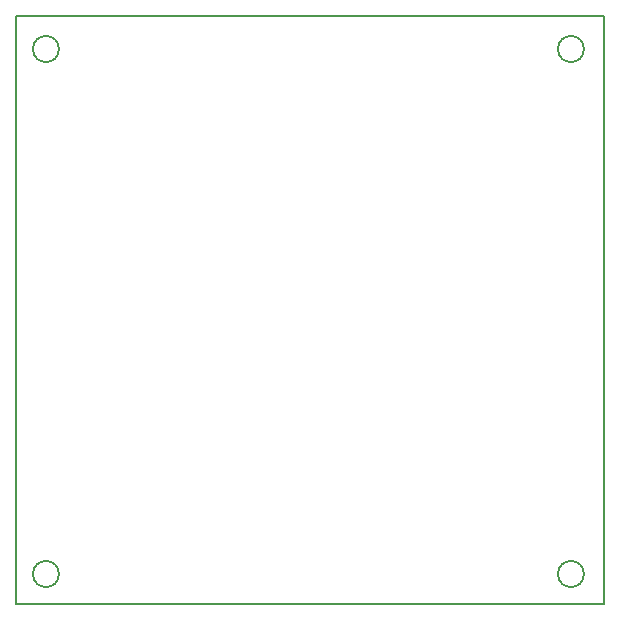
<source format=gbr>
G04 #@! TF.GenerationSoftware,KiCad,Pcbnew,(5.1.6)-1*
G04 #@! TF.CreationDate,2020-12-30T15:53:02+08:00*
G04 #@! TF.ProjectId,Module_ADS1263,4d6f6475-6c65-45f4-9144-53313236332e,rev?*
G04 #@! TF.SameCoordinates,Original*
G04 #@! TF.FileFunction,Profile,NP*
%FSLAX46Y46*%
G04 Gerber Fmt 4.6, Leading zero omitted, Abs format (unit mm)*
G04 Created by KiCad (PCBNEW (5.1.6)-1) date 2020-12-30 15:53:02*
%MOMM*%
%LPD*%
G01*
G04 APERTURE LIST*
G04 #@! TA.AperFunction,Profile*
%ADD10C,0.203200*%
G04 #@! TD*
G04 APERTURE END LIST*
D10*
X105240000Y-129540000D02*
G75*
G03*
X105240000Y-129540000I-1100000J0D01*
G01*
X149690000Y-129540000D02*
G75*
G03*
X149690000Y-129540000I-1100000J0D01*
G01*
X149690000Y-85090000D02*
G75*
G03*
X149690000Y-85090000I-1100000J0D01*
G01*
X105240000Y-85090000D02*
G75*
G03*
X105240000Y-85090000I-1100000J0D01*
G01*
X101600000Y-82296000D02*
X151384000Y-82296000D01*
X151384000Y-132080000D02*
X151384000Y-82296000D01*
X101600000Y-132080000D02*
X101600000Y-82296000D01*
X101600000Y-132080000D02*
X151384000Y-132080000D01*
M02*

</source>
